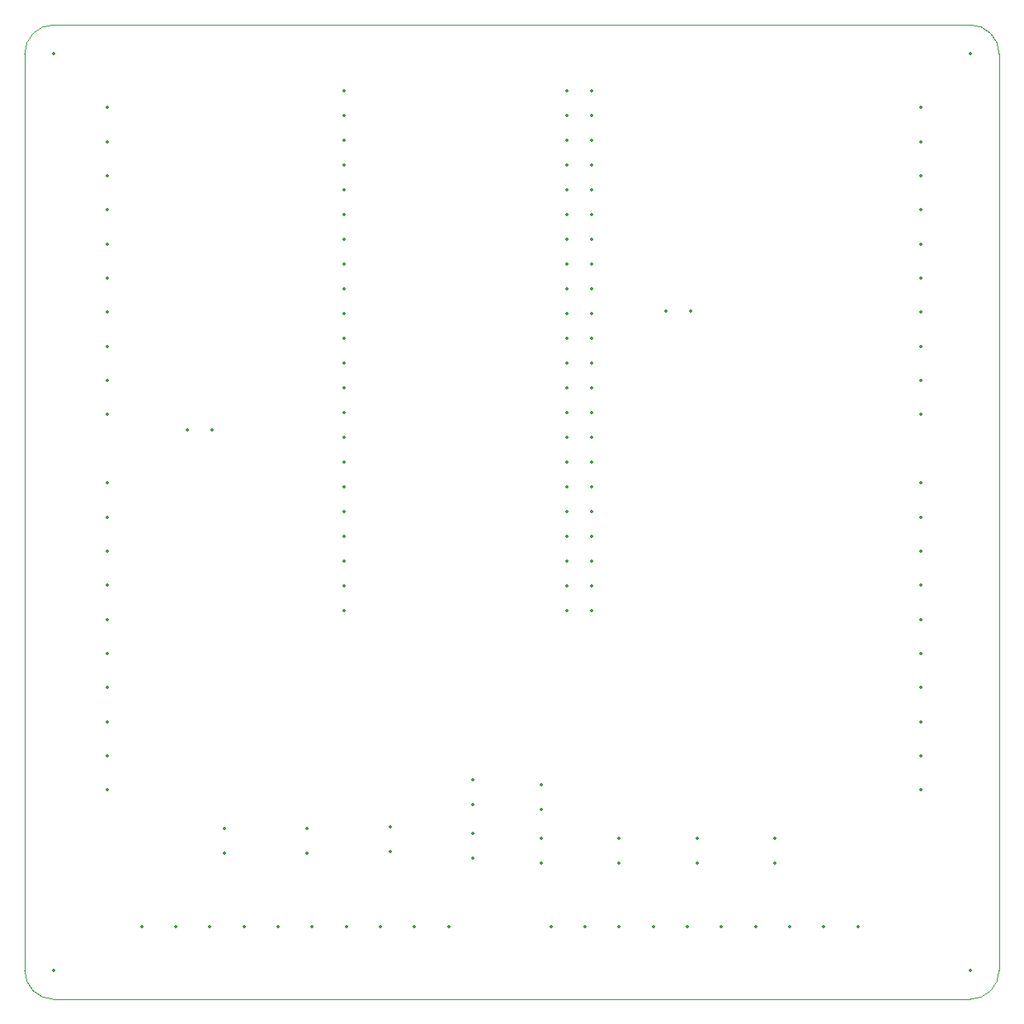
<source format=gbr>
%TF.GenerationSoftware,KiCad,Pcbnew,9.0.3*%
%TF.CreationDate,2025-08-04T15:00:31+02:00*%
%TF.ProjectId,esp-motioncontroller,6573702d-6d6f-4746-996f-6e636f6e7472,1.0.0*%
%TF.SameCoordinates,Original*%
%TF.FileFunction,Profile,NP*%
%FSLAX46Y46*%
G04 Gerber Fmt 4.6, Leading zero omitted, Abs format (unit mm)*
G04 Created by KiCad (PCBNEW 9.0.3) date 2025-08-04 15:00:31*
%MOMM*%
%LPD*%
G01*
G04 APERTURE LIST*
%TA.AperFunction,Profile*%
%ADD10C,0.050000*%
%TD*%
%ADD11C,0.350000*%
G04 APERTURE END LIST*
D10*
X151000000Y-47000000D02*
X151000000Y-141000000D01*
X54000000Y-44000000D02*
X148000000Y-44000000D01*
X151000000Y-141000000D02*
G75*
G02*
X148000000Y-144000000I-3000000J0D01*
G01*
X51000000Y-141000000D02*
X51000000Y-47000000D01*
X148000000Y-44000000D02*
G75*
G02*
X151000000Y-47000000I0J-3000000D01*
G01*
X54000000Y-144000000D02*
G75*
G02*
X51000000Y-141000000I0J3000000D01*
G01*
X51000000Y-47000000D02*
G75*
G02*
X54000000Y-44000000I3000000J0D01*
G01*
X148000000Y-144000000D02*
X54000000Y-144000000D01*
D11*
X148000000Y-141000000D03*
X112000000Y-127460000D03*
X112000000Y-130000000D03*
X59500000Y-91000000D03*
X59500000Y-94500000D03*
X59500000Y-98000000D03*
X59500000Y-101500000D03*
X59500000Y-105000000D03*
X59500000Y-108500000D03*
X59500000Y-112000000D03*
X59500000Y-115500000D03*
X59500000Y-119000000D03*
X59500000Y-122500000D03*
X119340000Y-73400000D03*
X116800000Y-73400000D03*
X97000000Y-126950000D03*
X97000000Y-129490000D03*
X83820000Y-50800000D03*
X83820000Y-53340000D03*
X83820000Y-55880000D03*
X83820000Y-58420000D03*
X83820000Y-60960000D03*
X83820000Y-63500000D03*
X83820000Y-66040000D03*
X83820000Y-68580000D03*
X83820000Y-71120000D03*
X83820000Y-73660000D03*
X83820000Y-76200000D03*
X83820000Y-78740000D03*
X83820000Y-81280000D03*
X83820000Y-83820000D03*
X83820000Y-86360000D03*
X83820000Y-88900000D03*
X83820000Y-91440000D03*
X83820000Y-93980000D03*
X83820000Y-96520000D03*
X83816320Y-99057280D03*
X83816320Y-101597280D03*
X83816320Y-104137280D03*
X106680000Y-104140000D03*
X109220000Y-104140000D03*
X106680000Y-101600000D03*
X109220000Y-101600000D03*
X106680000Y-99060000D03*
X109220000Y-99060000D03*
X106680000Y-96520000D03*
X109220000Y-96520000D03*
X106680000Y-93980000D03*
X109220000Y-93980000D03*
X106680000Y-91440000D03*
X109220000Y-91440000D03*
X106680000Y-88900000D03*
X109220000Y-88900000D03*
X106680000Y-86360000D03*
X109220000Y-86360000D03*
X106680000Y-83820000D03*
X109220000Y-83820000D03*
X106680000Y-81280000D03*
X109220000Y-81280000D03*
X106680000Y-78740000D03*
X109220000Y-78740000D03*
X106680000Y-76200000D03*
X109220000Y-76200000D03*
X106680000Y-73660000D03*
X109220000Y-73660000D03*
X106680000Y-71120000D03*
X109220000Y-71120000D03*
X106680000Y-68580000D03*
X109220000Y-68580000D03*
X106680000Y-66040000D03*
X109220000Y-66040000D03*
X106680000Y-63500000D03*
X109220000Y-63500000D03*
X106680000Y-60960000D03*
X109220000Y-60960000D03*
X106680000Y-58420000D03*
X109220000Y-58420000D03*
X106680000Y-55880000D03*
X109220000Y-55880000D03*
X106680000Y-53340000D03*
X109220000Y-53340000D03*
X106680000Y-50800000D03*
X109220000Y-50800000D03*
X59500000Y-52500000D03*
X59500000Y-56000000D03*
X59500000Y-59500000D03*
X59500000Y-63000000D03*
X59500000Y-66500000D03*
X59500000Y-70000000D03*
X59500000Y-73500000D03*
X59500000Y-77000000D03*
X59500000Y-80500000D03*
X59500000Y-84000000D03*
X88500000Y-126250000D03*
X88500000Y-128790000D03*
X54000000Y-141000000D03*
X54000000Y-47000000D03*
X70200000Y-85600000D03*
X67660000Y-85600000D03*
X143000000Y-122500000D03*
X143000000Y-119000000D03*
X143000000Y-115500000D03*
X143000000Y-112000000D03*
X143000000Y-108500000D03*
X143000000Y-105000000D03*
X143000000Y-101500000D03*
X143000000Y-98000000D03*
X143000000Y-94500000D03*
X143000000Y-91000000D03*
X104000000Y-122000000D03*
X104000000Y-124540000D03*
X120000000Y-127460000D03*
X120000000Y-130000000D03*
X128000000Y-127460000D03*
X128000000Y-130000000D03*
X148000000Y-47000000D03*
X97000000Y-121460000D03*
X97000000Y-124000000D03*
X63000000Y-136500000D03*
X66500000Y-136500000D03*
X70000000Y-136500000D03*
X73500000Y-136500000D03*
X77000000Y-136500000D03*
X80500000Y-136500000D03*
X84000000Y-136500000D03*
X87500000Y-136500000D03*
X91000000Y-136500000D03*
X94500000Y-136500000D03*
X71500000Y-126500000D03*
X71500000Y-129040000D03*
X105000000Y-136500000D03*
X108500000Y-136500000D03*
X112000000Y-136500000D03*
X115500000Y-136500000D03*
X119000000Y-136500000D03*
X122500000Y-136500000D03*
X126000000Y-136500000D03*
X129500000Y-136500000D03*
X133000000Y-136500000D03*
X136500000Y-136500000D03*
X143000000Y-84000000D03*
X143000000Y-80500000D03*
X143000000Y-77000000D03*
X143000000Y-73500000D03*
X143000000Y-70000000D03*
X143000000Y-66500000D03*
X143000000Y-63000000D03*
X143000000Y-59500000D03*
X143000000Y-56000000D03*
X143000000Y-52500000D03*
X80000000Y-126460000D03*
X80000000Y-129000000D03*
X104000000Y-127460000D03*
X104000000Y-130000000D03*
M02*

</source>
